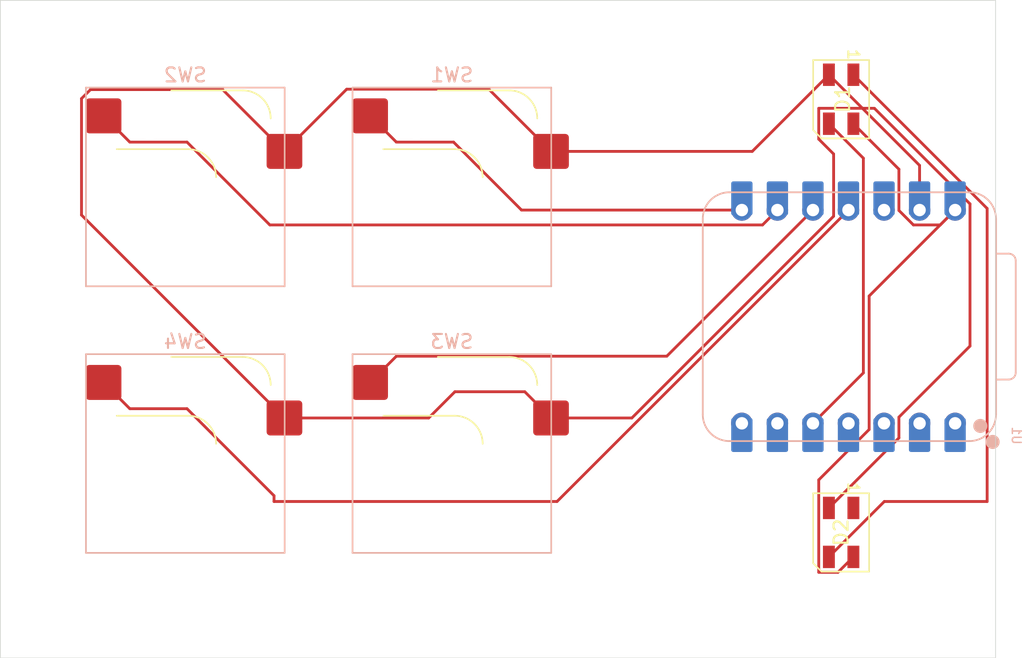
<source format=kicad_pcb>
(kicad_pcb (version 20241229) (generator "pcbnew") (generator_version "9.0")
  (layers (0 "F.Cu" signal) (2 "B.Cu" signal) (13 "F.Paste" user) (15 "B.Paste" user) (5 "F.SilkS" user "F.Silkscreen") (7 "B.SilkS" user "B.Silkscreen") (1 "F.Mask" user) (3 "B.Mask" user) (25 "Edge.Cuts" user))
  (net 0 "")
  (net 1 "Net-(D1-DOUT)")
  (net 2 "Net-(D1-DIN)")
  (net 3 "+5V")
  (net 4 "GND")
  (net 6 "Net-(U1-GPIO1{slash}RX)")
  (net 7 "Net-(U1-GPIO2{slash}SCK)")
  (net 8 "Net-(U1-GPIO4{slash}MISO)")
  (net 9 "Net-(U1-GPIO3{slash}MOSI)")
  (net 12 "unconnected-(U1-GPIO28{slash}ADC2{slash}A2-Pad3)")
  (footprint "LED_SMD:LED_SK6812MINI_PLCC4_3.5x3.5mm_P1.75mm" (layer "F.Cu") (at 239.155 110.4125 -90)
    (property "Reference" "D2" (at 0 0 90) (layer "F.SilkS"))
    (property "Value" "SK6812MINI")
    (fp_line (start -2.8 2) (end 2.2 2) (stroke (width 0.12)) (layer "F.SilkS"))
    (fp_line (start 2.8 1.4) (end 2.2 2) (stroke (width 0.12)) (layer "F.SilkS"))
    (fp_line (start 2.8 1.4) (end 2.8 -2) (stroke (width 0.12)) (layer "F.SilkS"))
    (fp_line (start -2.8 -2) (end -2.8 2) (stroke (width 0.12)) (layer "F.SilkS"))
    (fp_line (start -2.8 -2) (end 2.8 -2) (stroke (width 0.12)) (layer "F.SilkS"))
    (fp_text user "1" (at -3.2 -0.875 270) (layer "F.SilkS") (effects (font (size 0.8 0.8))))
    (pad "1" smd rect (at -1.75 -0.875 270) (size 1.6 0.85) (layers "F.Cu" "F.Mask" "F.Paste"))
    (pad "2" smd rect (at -1.75 0.875 270) (size 1.6 0.85) (layers "F.Cu" "F.Mask" "F.Paste") (net 4 "GND"))
    (pad "3" smd rect (at 1.75 0.875 270) (size 1.6 0.85) (layers "F.Cu" "F.Mask" "F.Paste") (net 1 "Net-(D1-DOUT)"))
    (pad "4" smd rect (at 1.75 -0.875 270) (size 1.6 0.85) (layers "F.Cu" "F.Mask" "F.Paste") (net 3 "+5V"))
  )
  (footprint "LED_SMD:LED_SK6812MINI_PLCC4_3.5x3.5mm_P1.75mm" (layer "F.Cu") (at 239.155 79.45625 -90)
    (property "Reference" "D1" (at 0 -0.113 90) (layer "F.SilkS"))
    (property "Value" "SK6812MINI")
    (fp_line (start -2.8 2) (end 2.2 2) (stroke (width 0.12)) (layer "F.SilkS"))
    (fp_line (start 2.8 1.4) (end 2.2 2) (stroke (width 0.12)) (layer "F.SilkS"))
    (fp_line (start 2.8 1.4) (end 2.8 -2) (stroke (width 0.12)) (layer "F.SilkS"))
    (fp_line (start -2.8 -2) (end -2.8 2) (stroke (width 0.12)) (layer "F.SilkS"))
    (fp_line (start -2.8 -2) (end 2.8 -2) (stroke (width 0.12)) (layer "F.SilkS"))
    (fp_text user "1" (at -3.2 -0.875 270) (layer "F.SilkS") (effects (font (size 0.8 0.8))))
    (pad "1" smd rect (at -1.75 -0.875 270) (size 1.6 0.85) (layers "F.Cu" "F.Mask" "F.Paste") (net 1 "Net-(D1-DOUT)"))
    (pad "2" smd rect (at -1.75 0.875 270) (size 1.6 0.85) (layers "F.Cu" "F.Mask" "F.Paste") (net 4 "GND"))
    (pad "3" smd rect (at 1.75 0.875 270) (size 1.6 0.85) (layers "F.Cu" "F.Mask" "F.Paste") (net 2 "Net-(D1-DIN)"))
    (pad "4" smd rect (at 1.75 -0.875 270) (size 1.6 0.85) (layers "F.Cu" "F.Mask" "F.Paste") (net 3 "+5V"))
  )
  (footprint "HotSwap:Hotswap_MX_1.00u" (layer "B.Cu") (at 192.287716 104.775 180)
    (property "Reference" "SW4" (at 0 8 0) (layer "B.SilkS") (effects (justify mirror)))
    (property "Value" "SW_Push")
    (fp_line (start -0.2 2.7) (end 4.9 2.7) (stroke (width 0.12)) (layer "F.SilkS"))
    (fp_line (start -4.1 6.9) (end 1 6.9) (stroke (width 0.12)) (layer "F.SilkS"))
    (fp_arc (start -0.2 2.7) (mid -1.614214 2.114214) (end -2.2 0.7) (stroke (width 0.12)) (layer "F.SilkS"))
    (fp_arc (start -4.1 6.9) (mid -5.514214 6.314214) (end -6.1 4.9) (stroke (width 0.12)) (layer "F.SilkS"))
    (fp_line (start 7.1 7.1) (end -7.1 7.1) (stroke (width 0.12)) (layer "B.SilkS"))
    (fp_line (start 7.1 -7.1) (end 7.1 7.1) (stroke (width 0.12)) (layer "B.SilkS"))
    (fp_line (start -7.1 7.1) (end -7.1 -7.1) (stroke (width 0.12)) (layer "B.SilkS"))
    (fp_line (start -7.1 -7.1) (end 7.1 -7.1) (stroke (width 0.12)) (layer "B.SilkS"))
    (pad "" np_thru_hole circle (at -5.08 0 180) (size 1.75 1.75) (drill 1.75) (layers "*.Cu" "*.Mask"))
    (pad "" np_thru_hole circle (at -3.81 2.54 180) (size 3.05 3.05) (drill 3.05) (layers "*.Cu" "*.Mask"))
    (pad "" np_thru_hole circle (at 0 0 180) (size 4 4) (drill 4) (layers "*.Cu" "*.Mask"))
    (pad "" np_thru_hole circle (at 2.54 5.08 180) (size 3.05 3.05) (drill 3.05) (layers "*.Cu" "*.Mask"))
    (pad "" np_thru_hole circle (at 5.08 0 180) (size 1.75 1.75) (drill 1.75) (layers "*.Cu" "*.Mask"))
    (pad "1" smd roundrect (at -7.085 2.54 180) (size 2.55 2.5) (layers "F.Cu" "F.Mask" "F.Paste") (roundrect_rratio 0.1) (net 4 "GND"))
    (pad "2" smd roundrect (at 5.842 5.08 180) (size 2.55 2.5) (layers "F.Cu" "F.Mask" "F.Paste") (roundrect_rratio 0.1) (net 9 "Net-(U1-GPIO3{slash}MOSI)"))
  )
  (footprint "HotSwap:Hotswap_MX_1.00u" (layer "B.Cu") (at 211.337716 104.775 180)
    (property "Reference" "SW3" (at 0 8 0) (layer "B.SilkS") (effects (justify mirror)))
    (property "Value" "SW_Push")
    (fp_line (start -0.2 2.7) (end 4.9 2.7) (stroke (width 0.12)) (layer "F.SilkS"))
    (fp_line (start -4.1 6.9) (end 1 6.9) (stroke (width 0.12)) (layer "F.SilkS"))
    (fp_arc (start -0.2 2.7) (mid -1.614214 2.114214) (end -2.2 0.7) (stroke (width 0.12)) (layer "F.SilkS"))
    (fp_arc (start -4.1 6.9) (mid -5.514214 6.314214) (end -6.1 4.9) (stroke (width 0.12)) (layer "F.SilkS"))
    (fp_line (start 7.1 7.1) (end -7.1 7.1) (stroke (width 0.12)) (layer "B.SilkS"))
    (fp_line (start 7.1 -7.1) (end 7.1 7.1) (stroke (width 0.12)) (layer "B.SilkS"))
    (fp_line (start -7.1 7.1) (end -7.1 -7.1) (stroke (width 0.12)) (layer "B.SilkS"))
    (fp_line (start -7.1 -7.1) (end 7.1 -7.1) (stroke (width 0.12)) (layer "B.SilkS"))
    (pad "" np_thru_hole circle (at -5.08 0 180) (size 1.75 1.75) (drill 1.75) (layers "*.Cu" "*.Mask"))
    (pad "" np_thru_hole circle (at -3.81 2.54 180) (size 3.05 3.05) (drill 3.05) (layers "*.Cu" "*.Mask"))
    (pad "" np_thru_hole circle (at 0 0 180) (size 4 4) (drill 4) (layers "*.Cu" "*.Mask"))
    (pad "" np_thru_hole circle (at 2.54 5.08 180) (size 3.05 3.05) (drill 3.05) (layers "*.Cu" "*.Mask"))
    (pad "" np_thru_hole circle (at 5.08 0 180) (size 1.75 1.75) (drill 1.75) (layers "*.Cu" "*.Mask"))
    (pad "1" smd roundrect (at -7.085 2.54 180) (size 2.55 2.5) (layers "F.Cu" "F.Mask" "F.Paste") (roundrect_rratio 0.1) (net 4 "GND"))
    (pad "2" smd roundrect (at 5.842 5.08 180) (size 2.55 2.5) (layers "F.Cu" "F.Mask" "F.Paste") (roundrect_rratio 0.1) (net 8 "Net-(U1-GPIO4{slash}MISO)"))
  )
  (footprint "OPL:XIAO-RP2040-DIP" (layer "B.Cu") (at 239.68 94.996 90)
    (property "Reference" "U1" (at -8.5 12 270) (layer "B.SilkS") (effects (font (size 0.635 0.635) (thickness 0.1016)) (justify mirror)))
    (property "Value" "XIAO-RP2040-DIP")
    (fp_line (start -6.985 -10.414) (end 6.985 -10.414) (stroke (width 0.127)) (layer "B.SilkS"))
    (fp_line (start 8.89 -8.509) (end 8.89 8.636) (stroke (width 0.127)) (layer "B.SilkS"))
    (fp_line (start -8.89 -8.509) (end -8.89 8.636) (stroke (width 0.127)) (layer "B.SilkS"))
    (fp_line (start 6.985 10.541) (end -6.985 10.541) (stroke (width 0.1)) (layer "B.SilkS"))
    (fp_line (start 6.985 10.541) (end -6.985 10.541) (stroke (width 0.127)) (layer "B.SilkS"))
    (fp_line (start -4.495 10.541) (end -4.491272 11.451272) (stroke (width 0.127)) (layer "B.SilkS"))
    (fp_line (start 4.504 11.451) (end 4.504 10.541) (stroke (width 0.127)) (layer "B.SilkS"))
    (fp_line (start -3.991272 11.951) (end 4.004 11.951) (stroke (width 0.127)) (layer "B.SilkS"))
    (fp_arc (start 6.985 -10.414) (mid 8.332038 -9.856038) (end 8.89 -8.509) (stroke (width 0.127)) (layer "B.SilkS"))
    (fp_arc (start -8.89 -8.509) (mid -8.332038 -9.856038) (end -6.985 -10.414) (stroke (width 0.127)) (layer "B.SilkS"))
    (fp_arc (start 8.89 8.636) (mid 8.332038 9.983038) (end 6.985 10.541) (stroke (width 0.127)) (layer "B.SilkS"))
    (fp_arc (start -6.985 10.541) (mid -8.332038 9.983038) (end -8.89 8.636) (stroke (width 0.127)) (layer "B.SilkS"))
    (fp_arc (start 4.504 11.451) (mid 4.357553 11.804553) (end 4.004 11.951) (stroke (width 0.127)) (layer "B.SilkS"))
    (fp_arc (start -3.991272 11.951) (mid -4.344724 11.804644) (end -4.491272 11.451272) (stroke (width 0.127)) (layer "B.SilkS"))
    (fp_circle (center -7.807 9.42) (end -7.807 9.674) (stroke (width 0.5)) (fill yes) (layer "B.SilkS"))
    (fp_circle (center -8.95 10.3) (end -8.95 10.554) (stroke (width 0.5)) (fill yes) (layer "B.SilkS"))
    (pad "1" smd roundrect (at -8.455 7.62 270) (size 2.432 1.524) (layers "B.Cu" "B.Mask") (roundrect_rratio 0.1))
    (pad "1" thru_hole circle (at -7.62 7.62 270) (size 1.524 1.524) (drill 0.889) (layers "*.Cu" "*.Mask"))
    (pad "2" smd roundrect (at -8.455 5.08 270) (size 2.432 1.524) (layers "B.Cu" "B.Mask") (roundrect_rratio 0.1))
    (pad "2" thru_hole circle (at -7.62 5.08 270) (size 1.524 1.524) (drill 0.889) (layers "*.Cu" "*.Mask"))
    (pad "3" smd roundrect (at -8.455 2.54 270) (size 2.432 1.524) (layers "B.Cu" "B.Mask") (roundrect_rratio 0.1) (net 12 "unconnected-(U1-GPIO28{slash}ADC2{slash}A2-Pad3)"))
    (pad "3" thru_hole circle (at -7.62 2.54 270) (size 1.524 1.524) (drill 0.889) (layers "*.Cu" "*.Mask") (net 12 "unconnected-(U1-GPIO28{slash}ADC2{slash}A2-Pad3)"))
    (pad "4" smd roundrect (at -8.455 0 270) (size 2.432 1.524) (layers "B.Cu" "B.Mask") (roundrect_rratio 0.1))
    (pad "4" thru_hole circle (at -7.62 0 270) (size 1.524 1.524) (drill 0.889) (layers "*.Cu" "*.Mask"))
    (pad "5" smd roundrect (at -8.455 -2.54 270) (size 2.432 1.524) (layers "B.Cu" "B.Mask") (roundrect_rratio 0.1) (net 2 "Net-(D1-DIN)"))
    (pad "5" thru_hole circle (at -7.62 -2.54 270) (size 1.524 1.524) (drill 0.889) (layers "*.Cu" "*.Mask") (net 2 "Net-(D1-DIN)"))
    (pad "6" smd roundrect (at -8.455 -5.08 270) (size 2.432 1.524) (layers "B.Cu" "B.Mask") (roundrect_rratio 0.1))
    (pad "6" thru_hole circle (at -7.62 -5.08 270) (size 1.524 1.524) (drill 0.889) (layers "*.Cu" "*.Mask"))
    (pad "7" smd roundrect (at -8.455 -7.62 270) (size 2.432 1.524) (layers "B.Cu" "B.Mask") (roundrect_rratio 0.1))
    (pad "7" thru_hole circle (at -7.62 -7.62 270) (size 1.524 1.524) (drill 0.889) (layers "*.Cu" "*.Mask"))
    (pad "8" thru_hole circle (at 7.62 -7.62 90) (size 1.524 1.524) (drill 0.889) (layers "*.Cu" "*.Mask") (net 6 "Net-(U1-GPIO1{slash}RX)"))
    (pad "8" smd roundrect (at 8.455 -7.62 90) (size 2.432 1.524) (layers "B.Cu" "B.Mask") (roundrect_rratio 0.1) (net 6 "Net-(U1-GPIO1{slash}RX)"))
    (pad "9" thru_hole circle (at 7.62 -5.08 90) (size 1.524 1.524) (drill 0.889) (layers "*.Cu" "*.Mask") (net 7 "Net-(U1-GPIO2{slash}SCK)"))
    (pad "9" smd roundrect (at 8.455 -5.08 90) (size 2.432 1.524) (layers "B.Cu" "B.Mask") (roundrect_rratio 0.1) (net 7 "Net-(U1-GPIO2{slash}SCK)"))
    (pad "10" thru_hole circle (at 7.62 -2.54 90) (size 1.524 1.524) (drill 0.889) (layers "*.Cu" "*.Mask") (net 8 "Net-(U1-GPIO4{slash}MISO)"))
    (pad "10" smd roundrect (at 8.455 -2.54 90) (size 2.432 1.524) (layers "B.Cu" "B.Mask") (roundrect_rratio 0.1) (net 8 "Net-(U1-GPIO4{slash}MISO)"))
    (pad "11" thru_hole circle (at 7.62 0 90) (size 1.524 1.524) (drill 0.889) (layers "*.Cu" "*.Mask") (net 9 "Net-(U1-GPIO3{slash}MOSI)"))
    (pad "11" smd roundrect (at 8.455 0 90) (size 2.432 1.524) (layers "B.Cu" "B.Mask") (roundrect_rratio 0.1) (net 9 "Net-(U1-GPIO3{slash}MOSI)"))
    (pad "12" thru_hole circle (at 7.62 2.54 90) (size 1.524 1.524) (drill 0.889) (layers "*.Cu" "*.Mask"))
    (pad "12" smd roundrect (at 8.455 2.54 90) (size 2.432 1.524) (layers "B.Cu" "B.Mask") (roundrect_rratio 0.1))
    (pad "13" thru_hole circle (at 7.62 5.08 90) (size 1.524 1.524) (drill 0.889) (layers "*.Cu" "*.Mask") (net 4 "GND"))
    (pad "13" smd roundrect (at 8.455 5.08 90) (size 2.432 1.524) (layers "B.Cu" "B.Mask") (roundrect_rratio 0.1) (net 4 "GND"))
    (pad "14" thru_hole circle (at 7.62 7.62 90) (size 1.524 1.524) (drill 0.889) (layers "*.Cu" "*.Mask") (net 3 "+5V"))
    (pad "14" smd roundrect (at 8.455 7.62 90) (size 2.432 1.524) (layers "B.Cu" "B.Mask") (roundrect_rratio 0.1) (net 3 "+5V"))
  )
  (footprint "HotSwap:Hotswap_MX_1.00u" (layer "B.Cu") (at 211.337716 85.725 180)
    (property "Reference" "SW1" (at 0 8 0) (layer "B.SilkS") (effects (justify mirror)))
    (property "Value" "SW_Push")
    (fp_line (start -0.2 2.7) (end 4.9 2.7) (stroke (width 0.12)) (layer "F.SilkS"))
    (fp_line (start -4.1 6.9) (end 1 6.9) (stroke (width 0.12)) (layer "F.SilkS"))
    (fp_arc (start -0.2 2.7) (mid -1.614214 2.114214) (end -2.2 0.7) (stroke (width 0.12)) (layer "F.SilkS"))
    (fp_arc (start -4.1 6.9) (mid -5.514214 6.314214) (end -6.1 4.9) (stroke (width 0.12)) (layer "F.SilkS"))
    (fp_line (start 7.1 7.1) (end -7.1 7.1) (stroke (width 0.12)) (layer "B.SilkS"))
    (fp_line (start 7.1 -7.1) (end 7.1 7.1) (stroke (width 0.12)) (layer "B.SilkS"))
    (fp_line (start -7.1 7.1) (end -7.1 -7.1) (stroke (width 0.12)) (layer "B.SilkS"))
    (fp_line (start -7.1 -7.1) (end 7.1 -7.1) (stroke (width 0.12)) (layer "B.SilkS"))
    (pad "" np_thru_hole circle (at -5.08 0 180) (size 1.75 1.75) (drill 1.75) (layers "*.Cu" "*.Mask"))
    (pad "" np_thru_hole circle (at -3.81 2.54 180) (size 3.05 3.05) (drill 3.05) (layers "*.Cu" "*.Mask"))
    (pad "" np_thru_hole circle (at 0 0 180) (size 4 4) (drill 4) (layers "*.Cu" "*.Mask"))
    (pad "" np_thru_hole circle (at 2.54 5.08 180) (size 3.05 3.05) (drill 3.05) (layers "*.Cu" "*.Mask"))
    (pad "" np_thru_hole circle (at 5.08 0 180) (size 1.75 1.75) (drill 1.75) (layers "*.Cu" "*.Mask"))
    (pad "1" smd roundrect (at -7.085 2.54 180) (size 2.55 2.5) (layers "F.Cu" "F.Mask" "F.Paste") (roundrect_rratio 0.1) (net 4 "GND"))
    (pad "2" smd roundrect (at 5.842 5.08 180) (size 2.55 2.5) (layers "F.Cu" "F.Mask" "F.Paste") (roundrect_rratio 0.1) (net 6 "Net-(U1-GPIO1{slash}RX)"))
  )
  (footprint "HotSwap:Hotswap_MX_1.00u" (layer "B.Cu") (at 192.287716 85.725 180)
    (property "Reference" "SW2" (at 0 8 0) (layer "B.SilkS") (effects (justify mirror)))
    (property "Value" "SW_Push")
    (fp_line (start -0.2 2.7) (end 4.9 2.7) (stroke (width 0.12)) (layer "F.SilkS"))
    (fp_line (start -4.1 6.9) (end 1 6.9) (stroke (width 0.12)) (layer "F.SilkS"))
    (fp_arc (start -0.2 2.7) (mid -1.614214 2.114214) (end -2.2 0.7) (stroke (width 0.12)) (layer "F.SilkS"))
    (fp_arc (start -4.1 6.9) (mid -5.514214 6.314214) (end -6.1 4.9) (stroke (width 0.12)) (layer "F.SilkS"))
    (fp_line (start 7.1 7.1) (end -7.1 7.1) (stroke (width 0.12)) (layer "B.SilkS"))
    (fp_line (start 7.1 -7.1) (end 7.1 7.1) (stroke (width 0.12)) (layer "B.SilkS"))
    (fp_line (start -7.1 7.1) (end -7.1 -7.1) (stroke (width 0.12)) (layer "B.SilkS"))
    (fp_line (start -7.1 -7.1) (end 7.1 -7.1) (stroke (width 0.12)) (layer "B.SilkS"))
    (pad "" np_thru_hole circle (at -5.08 0 180) (size 1.75 1.75) (drill 1.75) (layers "*.Cu" "*.Mask"))
    (pad "" np_thru_hole circle (at -3.81 2.54 180) (size 3.05 3.05) (drill 3.05) (layers "*.Cu" "*.Mask"))
    (pad "" np_thru_hole circle (at 0 0 180) (size 4 4) (drill 4) (layers "*.Cu" "*.Mask"))
    (pad "" np_thru_hole circle (at 2.54 5.08 180) (size 3.05 3.05) (drill 3.05) (layers "*.Cu" "*.Mask"))
    (pad "" np_thru_hole circle (at 5.08 0 180) (size 1.75 1.75) (drill 1.75) (layers "*.Cu" "*.Mask"))
    (pad "1" smd roundrect (at -7.085 2.54 180) (size 2.55 2.5) (layers "F.Cu" "F.Mask" "F.Paste") (roundrect_rratio 0.1) (net 4 "GND"))
    (pad "2" smd roundrect (at 5.842 5.08 180) (size 2.55 2.5) (layers "F.Cu" "F.Mask" "F.Paste") (roundrect_rratio 0.1) (net 7 "Net-(U1-GPIO2{slash}SCK)"))
  )
  (gr_rect (start 179.07 72.39) (end 250.19 119.38) (stroke (width 0.05)) (fill no) (layer "Edge.Cuts"))
  (segment (start 242.2385 108.204) (end 238.28 112.1625) (width 0.2) (layer "F.Cu") (net 1))
  (segment (start 249.589 87.26525) (end 249.589 108.204) (width 0.2) (layer "F.Cu") (net 1))
  (segment (start 249.589 108.204) (end 242.2385 108.204) (width 0.2) (layer "F.Cu") (net 1))
  (segment (start 240.03 77.70625) (end 249.589 87.26525) (width 0.2) (layer "F.Cu") (net 1))
  (segment (start 237.14 102.616) (end 240.743 99.013) (width 0.2) (layer "F.Cu") (net 2))
  (segment (start 240.743 99.013) (end 240.743 83.66925) (width 0.2) (layer "F.Cu") (net 2))
  (segment (start 240.743 83.66925) (end 238.28 81.20625) (width 0.2) (layer "F.Cu") (net 2))
  (segment (start 237.554 113.2635) (end 237.554 106.65931) (width 0.2) (layer "F.Cu") (net 3))
  (segment (start 246.237 88.439) (end 244.31969 88.439) (width 0.2) (layer "F.Cu") (net 3))
  (segment (start 237.554 106.65931) (end 241.157 103.05631) (width 0.2) (layer "F.Cu") (net 3))
  (segment (start 240.03 112.1625) (end 238.929 113.2635) (width 0.2) (layer "F.Cu") (net 3))
  (segment (start 241.157 93.519) (end 247.3 87.376) (width 0.2) (layer "F.Cu") (net 3))
  (segment (start 243.283 84.45925) (end 240.03 81.20625) (width 0.2) (layer "F.Cu") (net 3))
  (segment (start 241.157 103.05631) (end 241.157 93.519) (width 0.2) (layer "F.Cu") (net 3))
  (segment (start 247.3 87.376) (end 246.237 88.439) (width 0.2) (layer "F.Cu") (net 3))
  (segment (start 243.283 87.40231) (end 243.283 84.45925) (width 0.2) (layer "F.Cu") (net 3))
  (segment (start 238.929 113.2635) (end 237.554 113.2635) (width 0.2) (layer "F.Cu") (net 3))
  (segment (start 244.31969 88.439) (end 243.283 87.40231) (width 0.2) (layer "F.Cu") (net 3))
  (segment (start 213.977716 78.74) (end 218.422716 83.185) (width 0.2) (layer "F.Cu") (net 4))
  (segment (start 185.510556 78.769) (end 194.956716 78.769) (width 0.2) (layer "F.Cu") (net 4))
  (segment (start 237.554 80.10525) (end 241.53256 80.10525) (width 0.2) (layer "F.Cu") (net 4))
  (segment (start 241.53256 80.10525) (end 248.363 86.93569) (width 0.2) (layer "F.Cu") (net 4))
  (segment (start 209.677 102.235) (end 199.372716 102.235) (width 0.2) (layer "F.Cu") (net 4))
  (segment (start 248.363 86.93569) (end 248.363 97.09569) (width 0.2) (layer "F.Cu") (net 4))
  (segment (start 238.617 87.81631) (end 238.617 83.37025) (width 0.2) (layer "F.Cu") (net 4))
  (segment (start 194.956716 78.769) (end 199.372716 83.185) (width 0.2) (layer "F.Cu") (net 4))
  (segment (start 243.283 102.17569) (end 243.283 103.6595) (width 0.2) (layer "F.Cu") (net 4))
  (segment (start 248.363 97.09569) (end 243.283 102.17569) (width 0.2) (layer "F.Cu") (net 4))
  (segment (start 238.617 83.37025) (end 237.554 82.30725) (width 0.2) (layer "F.Cu") (net 4))
  (segment (start 203.817716 78.74) (end 213.977716 78.74) (width 0.2) (layer "F.Cu") (net 4))
  (segment (start 218.422716 102.235) (end 216.546716 100.359) (width 0.2) (layer "F.Cu") (net 4))
  (segment (start 224.19831 102.235) (end 238.617 87.81631) (width 0.2) (layer "F.Cu") (net 4))
  (segment (start 232.80125 83.185) (end 238.28 77.70625) (width 0.2) (layer "F.Cu") (net 4))
  (segment (start 199.372716 102.235) (end 184.869716 87.732) (width 0.2) (layer "F.Cu") (net 4))
  (segment (start 238.28 77.70625) (end 244.76 84.18625) (width 0.2) (layer "F.Cu") (net 4))
  (segment (start 244.76 84.18625) (end 244.76 87.376) (width 0.2) (layer "F.Cu") (net 4))
  (segment (start 218.422716 102.235) (end 224.19831 102.235) (width 0.2) (layer "F.Cu") (net 4))
  (segment (start 184.869716 87.732) (end 184.869716 79.40984) (width 0.2) (layer "F.Cu") (net 4))
  (segment (start 218.422716 83.185) (end 232.80125 83.185) (width 0.2) (layer "F.Cu") (net 4))
  (segment (start 216.546716 100.359) (end 211.553 100.359) (width 0.2) (layer "F.Cu") (net 4))
  (segment (start 237.554 82.30725) (end 237.554 80.10525) (width 0.2) (layer "F.Cu") (net 4))
  (segment (start 211.553 100.359) (end 209.677 102.235) (width 0.2) (layer "F.Cu") (net 4))
  (segment (start 199.372716 83.185) (end 203.817716 78.74) (width 0.2) (layer "F.Cu") (net 4))
  (segment (start 184.869716 79.40984) (end 185.510556 78.769) (width 0.2) (layer "F.Cu") (net 4))
  (segment (start 243.283 103.6595) (end 238.28 108.6625) (width 0.2) (layer "F.Cu") (net 4))
  (segment (start 216.313532 87.376) (end 211.458532 82.521) (width 0.2) (layer "F.Cu") (net 6))
  (segment (start 232.06 87.376) (end 216.313532 87.376) (width 0.2) (layer "F.Cu") (net 6))
  (segment (start 207.371716 82.521) (end 205.495716 80.645) (width 0.2) (layer "F.Cu") (net 6))
  (segment (start 211.458532 82.521) (end 207.371716 82.521) (width 0.2) (layer "F.Cu") (net 6))
  (segment (start 233.537 88.439) (end 198.326532 88.439) (width 0.2) (layer "F.Cu") (net 7))
  (segment (start 192.408532 82.521) (end 188.321716 82.521) (width 0.2) (layer "F.Cu") (net 7))
  (segment (start 234.6 87.376) (end 233.537 88.439) (width 0.2) (layer "F.Cu") (net 7))
  (segment (start 188.321716 82.521) (end 186.445716 80.645) (width 0.2) (layer "F.Cu") (net 7))
  (segment (start 198.326532 88.439) (end 192.408532 82.521) (width 0.2) (layer "F.Cu") (net 7))
  (segment (start 237.14 87.376) (end 226.697 97.819) (width 0.2) (layer "F.Cu") (net 8))
  (segment (start 226.697 97.819) (end 207.371716 97.819) (width 0.2) (layer "F.Cu") (net 8))
  (segment (start 207.371716 97.819) (end 205.495716 99.695) (width 0.2) (layer "F.Cu") (net 8))
  (segment (start 198.628 108.204) (end 198.628 107.790468) (width 0.2) (layer "F.Cu") (net 9))
  (segment (start 218.852 108.204) (end 198.628 108.204) (width 0.2) (layer "F.Cu") (net 9))
  (segment (start 188.321716 101.571) (end 186.445716 99.695) (width 0.2) (layer "F.Cu") (net 9))
  (segment (start 192.408532 101.571) (end 188.321716 101.571) (width 0.2) (layer "F.Cu") (net 9))
  (segment (start 198.628 107.790468) (end 192.408532 101.571) (width 0.2) (layer "F.Cu") (net 9))
  (segment (start 239.68 87.376) (end 218.852 108.204) (width 0.2) (layer "F.Cu") (net 9))
  (segment (start 242.22 102.616) (end 242.316 102.616) (width 0.2) (layer "F.Cu") (net 12))
)
</source>
